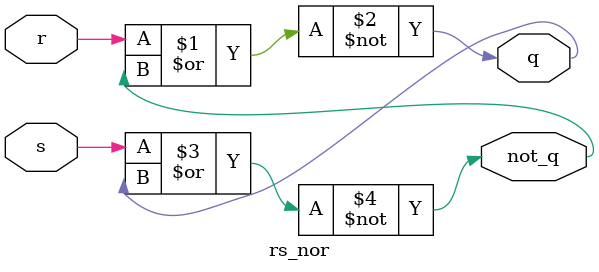
<source format=v>
module rs_nor(
    input r,
    input s,
    output q,
    output not_q
    );
nor nor0(q, r, not_q);
nor nor1(not_q, s, q);
endmodule

</source>
